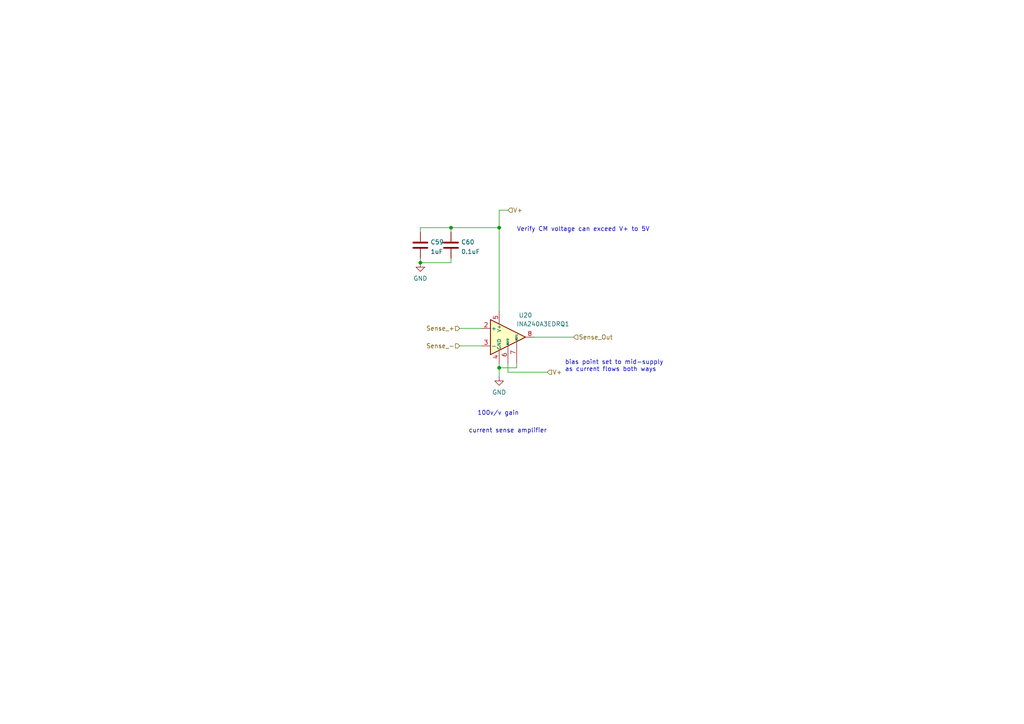
<source format=kicad_sch>
(kicad_sch (version 20211123) (generator eeschema)
  (paper "A4")
  (lib_symbols
    (symbol "Amplifier_Current:INA240A3PW" (pin_names (offset 0.127))
      (property "Reference" "U" (at 3.81 3.81 0))
      (property "Value" "INA240A3PW" (at 3.81 -2.54 0))
      (symbol "INA240A3PW_0_1"
        (polyline (pts (xy 5.08 0) (xy -5.08 5.08) (xy -5.08 -5.08) (xy 5.08 0)) (stroke (width 0.254)) (fill (type background)))
      )
      (symbol "INA240A3PW_1_1"
        (pin passive line (at -2.54 -7.62 90) (length 3.81) hide (name "GND") (number "1"))
        (pin input line (at -7.62 2.54 0) (length 2.54) (name "+") (number "2"))
        (pin input line (at -7.62 -2.54 0) (length 2.54) (name "-") (number "3"))
        (pin power_in line (at -2.54 -7.62 90) (length 3.81) (name "GND") (number "4"))
        (pin power_in line (at -2.54 7.62 270) (length 3.81) (name "V+") (number "5"))
        (pin passive line (at 0 -7.62 90) (length 5.08) (name "REF2") (number "6"))
        (pin passive line (at 2.54 -7.62 90) (length 6.35) (name "REF1") (number "7"))
        (pin output line (at 7.62 0 180) (length 2.54) (name "~") (number "8"))
      )
    )
    (symbol "Device:C" (pin_numbers hide) (pin_names (offset 0.254))
      (property "Reference" "C" (at 0.635 2.54 0))
      (property "Value" "C" (at 0.635 -2.54 0))
      (symbol "C_0_1"
        (polyline (pts (xy -2.032 -0.762) (xy 2.032 -0.762)) (stroke (width 0.508)))
        (polyline (pts (xy -2.032 0.762) (xy 2.032 0.762)) (stroke (width 0.508)))
      )
      (symbol "C_1_1"
        (pin passive line (at 0 3.81 270) (length 2.794) (name "~") (number "1"))
        (pin passive line (at 0 -3.81 90) (length 2.794) (name "~") (number "2"))
      )
    )
    (symbol "power:GND" (power) (pin_names (offset 0))
      (property "Value" "GND" (at 0 -3.81 0))
      (symbol "GND_0_1"
        (polyline (pts (xy 0 0) (xy 0 -1.27) (xy 1.27 -1.27) (xy 0 -2.54) (xy -1.27 -1.27) (xy 0 -1.27)))
      )
      (symbol "GND_1_1"
        (pin power_in line (at 0 0 270) (length 0) hide (name "GND") (number "1"))
      )
    )
  )
  (junction (at 144.78 66.04))
  (junction (at 121.92 76.2))
  (junction (at 144.78 106.68))
  (junction (at 130.81 66.04))
  (wire (pts (xy 133.35 100.33) (xy 139.7 100.33)))
  (wire (pts (xy 149.86 105.41) (xy 149.86 106.68)))
  (wire (pts (xy 144.78 105.41) (xy 144.78 106.68)))
  (wire (pts (xy 144.78 66.04) (xy 144.78 90.17)))
  (wire (pts (xy 121.92 67.31) (xy 121.92 66.04)))
  (wire (pts (xy 149.86 106.68) (xy 144.78 106.68)))
  (wire (pts (xy 130.81 66.04) (xy 130.81 67.31)))
  (wire (pts (xy 121.92 66.04) (xy 130.81 66.04)))
  (wire (pts (xy 130.81 66.04) (xy 144.78 66.04)))
  (wire (pts (xy 139.7 95.25) (xy 133.35 95.25)))
  (wire (pts (xy 144.78 106.68) (xy 144.78 109.22)))
  (wire (pts (xy 121.92 74.93) (xy 121.92 76.2)))
  (wire (pts (xy 130.81 76.2) (xy 130.81 74.93)))
  (wire (pts (xy 147.32 60.96) (xy 144.78 60.96)))
  (wire (pts (xy 144.78 60.96) (xy 144.78 66.04)))
  (wire (pts (xy 147.32 105.41) (xy 147.32 107.95)))
  (wire (pts (xy 121.92 76.2) (xy 130.81 76.2)))
  (wire (pts (xy 147.32 107.95) (xy 158.75 107.95)))
  (wire (pts (xy 154.94 97.79) (xy 166.37 97.79)))
  (text "current sense amplifier" (at 135.89 125.73 0) (effects (font (size 1.27 1.27)) (justify left bottom)))
  (text "Verify CM voltage can exceed V+ to 5V" (at 149.86 67.31 0) (effects (font (size 1.27 1.27)) (justify left bottom)))
  (text "bias point set to mid-supply\nas current flows both ways" (at 163.83 107.95 0) (effects (font (size 1.27 1.27)) (justify left bottom)))
  (text "100v/v gain" (at 138.43 120.65 0) (effects (font (size 1.27 1.27)) (justify left bottom)))
  (hierarchical_label "V+" (shape input) (at 158.75 107.95 0))
  (hierarchical_label "V+" (shape input) (at 147.32 60.96 0))
  (hierarchical_label "Sense_-" (shape input) (at 133.35 100.33 180))
  (hierarchical_label "Sense_Out" (shape input) (at 166.37 97.79 0))
  (hierarchical_label "Sense_+" (shape input) (at 133.35 95.25 180))
  (symbol (lib_id "Device:C") (at 121.92 71.12 0)
    (property "Reference" "C59" (at 124.841 70.2115 0) (effects (justify left)))
    (property "Value" "1uF" (at 124.841 72.9866 0) (effects (justify left)))
    (property "Footprint" "Capacitor_SMD:C_0603_1608Metric" (effects hide))
  )
  (symbol (lib_id "power:GND") (at 144.78 109.22 0)
    (property "Reference" "#PWR058" (effects hide))
    (property "Value" "GND" (at 144.78 113.7825 0))
  )
  (symbol (lib_id "Device:C") (at 130.81 71.12 0)
    (property "Reference" "C60" (at 133.731 70.2115 0) (effects (justify left)))
    (property "Value" "0.1uF" (at 133.731 72.9866 0) (effects (justify left)))
    (property "Footprint" "Capacitor_SMD:C_0603_1608Metric" (effects hide))
  )
  (symbol (lib_id "Amplifier_Current:INA240A3PW") (at 147.32 97.79 0)
    (property "Reference" "U20" (at 152.4 91.44 0))
    (property "Value" "INA240A3EDRQ1" (at 157.48 93.98 0))
    (property "Footprint" "Package_SO:SOIC-8_3.9x4.9mm_P1.27mm" (effects hide))
  )
  (symbol (lib_id "power:GND") (at 121.92 76.2 0)
    (property "Reference" "#PWR057" (effects hide))
    (property "Value" "GND" (at 121.92 80.7625 0))
  )
)
</source>
